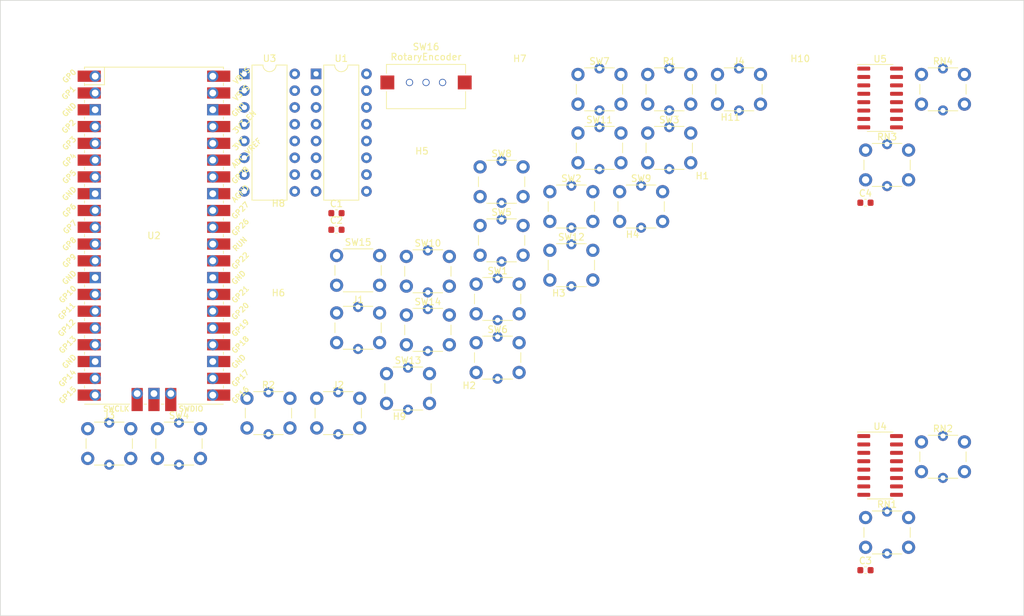
<source format=kicad_pcb>
(kicad_pcb (version 20211014) (generator pcbnew)
  (title_block (date "2022-08-25") (rev "1.0.0") (comment 1 "neile@live.com") (comment 2 "Neil Enns"))
  (layers (0 "F.Cu" signal) (31 "B.Cu" signal) (34 "B.Paste" user) (35 "F.Paste" user) (36 "B.SilkS" user "B.Silkscreen") (37 "F.SilkS" user "F.Silkscreen") (38 "B.Mask" user) (39 "F.Mask" user) (44 "Edge.Cuts" user))
  (net 0 "")
  (net 1 "+3V3")
  (net 2 "GND")
  (net 3 "CRS1_A")
  (net 4 "CRS1_B")
  (net 5 "CRS1_BTN")
  (net 6 "FLC_A")
  (net 7 "FLC_B")
  (net 8 "SPEED_BTN")
  (net 9 "HDG_A")
  (net 10 "HDG_B")
  (net 11 "HDG_BTN")
  (net 12 "CRS2_A")
  (net 13 "CRS2_B")
  (net 14 "CRS2_BTN")
  (net 15 "Net-(R1-Pad1)")
  (net 16 "Net-(R2-Pad1)")
  (net 17 "FD1")
  (net 18 "+5V")
  (net 19 "FD1_LED")
  (net 20 "VS")
  (net 21 "VS_LED")
  (net 22 "VNAV")
  (net 23 "VNAV_LED")
  (net 24 "FLC")
  (net 25 "FLC_LED")
  (net 26 "NAV")
  (net 27 "NAV_LED")
  (net 28 "BANK")
  (net 29 "BANK_LED")
  (net 30 "HDG")
  (net 31 "HDG_LED")
  (net 32 "APPR")
  (net 33 "APPR_LED")
  (net 34 "BC")
  (net 35 "BC_LED")
  (net 36 "ALT")
  (net 37 "ALT_LED")
  (net 38 "YD")
  (net 39 "YD_LED")
  (net 40 "XFR")
  (net 41 "XFR_LED")
  (net 42 "AP")
  (net 43 "AP_LED")
  (net 44 "FD2")
  (net 45 "FD2_LED")
  (net 46 "DISC")
  (net 47 "LED_DATA")
  (net 48 "LED_CLOCK")
  (net 49 "LED_LATCH")
  (net 50 "BACKLIGHT_BRIGHT")
  (net 51 "Net-(U1-Pad14)")
  (net 54 "VS_A")
  (net 55 "VS_B")
  (net 56 "BTN_DATA")
  (net 57 "BTN_LATCH")
  (net 58 "BTN_CLOCK")
  (net 72 "/Input shifter/QH")
  (net 73 "/Input shifter/SER")
  (net 74 "/Input shifter1/D7")
  (footprint "Capacitor_SMD:C_0603_1608Metric" (layer "F.Cu") (at 118.7196 76.5002)
    (fp_text reference "C2" (at 0 -1.43) (layer "F.SilkS"))
    (fp_text value "10uF")
    (pad "1" smd roundrect (at -0.775 0) (size 0.9 0.95) (layers "F.Cu" "F.Paste" "F.Mask") (net 1 "+3V3"))
    (pad "2" smd roundrect (at 0.775 0) (size 0.9 0.95) (layers "F.Cu" "F.Paste" "F.Mask") (net 2 "GND"))
  )
  (footprint "CJ4-Autopilot:SW_PUSH_6mm" (layer "F.Cu") (at 140.4396 66.9872)
    (fp_text reference "SW8" (at 3.25 -2) (layer "F.SilkS"))
    (fp_text value "SW_Push_LED")
    (pad "1" thru_hole circle (at 6.5 0 90) (size 2 2) (drill 1.1) (layers *.Cu *.Mask) (net 2 "GND"))
    (pad "1" thru_hole circle (at 0 0 90) (size 2 2) (drill 1.1) (layers *.Cu *.Mask) (net 2 "GND"))
    (pad "2" thru_hole circle (at 6.5 4.5 90) (size 2 2) (drill 1.1) (layers *.Cu *.Mask) (net 32 "APPR"))
    (pad "2" thru_hole circle (at 0 4.5 90) (size 2 2) (drill 1.1) (layers *.Cu *.Mask) (net 32 "APPR"))
    (pad "3" thru_hole circle (at 3.25 -0.9) (size 1.524 1.524) (drill 0.762) (layers *.Cu *.Mask) (net 18 "+5V"))
    (pad "4" thru_hole circle (at 3.25 5.45) (size 1.524 1.524) (drill 0.762) (layers *.Cu *.Mask) (net 33 "APPR_LED"))
  )
  (footprint "CJ4-Autopilot:SW_PUSH_6mm" (layer "F.Cu") (at 155.2396 52.9972)
    (fp_text reference "SW7" (at 3.25 -2) (layer "F.SilkS"))
    (fp_text value "SW_Push_LED")
    (pad "1" thru_hole circle (at 0 0 90) (size 2 2) (drill 1.1) (layers *.Cu *.Mask) (net 2 "GND"))
    (pad "1" thru_hole circle (at 6.5 0 90) (size 2 2) (drill 1.1) (layers *.Cu *.Mask) (net 2 "GND"))
    (pad "2" thru_hole circle (at 0 4.5 90) (size 2 2) (drill 1.1) (layers *.Cu *.Mask) (net 30 "HDG"))
    (pad "2" thru_hole circle (at 6.5 4.5 90) (size 2 2) (drill 1.1) (layers *.Cu *.Mask) (net 30 "HDG"))
    (pad "3" thru_hole circle (at 3.25 -0.9) (size 1.524 1.524) (drill 0.762) (layers *.Cu *.Mask) (net 18 "+5V"))
    (pad "4" thru_hole circle (at 3.25 5.45) (size 1.524 1.524) (drill 0.762) (layers *.Cu *.Mask) (net 31 "HDG_LED"))
  )
  (footprint "CJ4-Autopilot:SW_PUSH_6mm" (layer "F.Cu") (at 129.2896 80.5372)
    (fp_text reference "SW10" (at 3.25 -2) (layer "F.SilkS"))
    (fp_text value "SW_Push_LED")
    (pad "1" thru_hole circle (at 6.5 0 90) (size 2 2) (drill 1.1) (layers *.Cu *.Mask) (net 2 "GND"))
    (pad "1" thru_hole circle (at 0 0 90) (size 2 2) (drill 1.1) (layers *.Cu *.Mask) (net 2 "GND"))
    (pad "2" thru_hole circle (at 0 4.5 90) (size 2 2) (drill 1.1) (layers *.Cu *.Mask) (net 36 "ALT"))
    (pad "2" thru_hole circle (at 6.5 4.5 90) (size 2 2) (drill 1.1) (layers *.Cu *.Mask) (net 36 "ALT"))
    (pad "3" thru_hole circle (at 3.25 -0.9) (size 1.524 1.524) (drill 0.762) (layers *.Cu *.Mask) (net 18 "+5V"))
    (pad "4" thru_hole circle (at 3.25 5.45) (size 1.524 1.524) (drill 0.762) (layers *.Cu *.Mask) (net 37 "ALT_LED"))
  )
  (footprint "CJ4-Autopilot:SW_PUSH_6mm" (layer "F.Cu") (at 139.8396 93.5972)
    (fp_text reference "SW6" (at 3.25 -2) (layer "F.SilkS"))
    (fp_text value "SW_Push_LED")
    (pad "1" thru_hole circle (at 0 0 90) (size 2 2) (drill 1.1) (layers *.Cu *.Mask) (net 2 "GND"))
    (pad "1" thru_hole circle (at 6.5 0 90) (size 2 2) (drill 1.1) (layers *.Cu *.Mask) (net 2 "GND"))
    (pad "2" thru_hole circle (at 0 4.5 90) (size 2 2) (drill 1.1) (layers *.Cu *.Mask) (net 28 "BANK"))
    (pad "2" thru_hole circle (at 6.5 4.5 90) (size 2 2) (drill 1.1) (layers *.Cu *.Mask) (net 28 "BANK"))
    (pad "3" thru_hole circle (at 3.25 -0.9) (size 1.524 1.524) (drill 0.762) (layers *.Cu *.Mask) (net 18 "+5V"))
    (pad "4" thru_hole circle (at 3.25 5.45) (size 1.524 1.524) (drill 0.762) (layers *.Cu *.Mask) (net 29 "BANK_LED"))
  )
  (footprint "CJ4-Autopilot:MountingHole_7.5mm" (layer "F.Cu") (at 109.9396 93.0602)
    (fp_text reference "H6" (at 0 -7) (layer "F.SilkS"))
    (fp_text value "MountingHole")
    (pad "" np_thru_hole circle (at 0 0) (size 7.5 7.5) (drill 7.5) (layers F&B.Cu *.Mask))
  )
  (footprint "Capacitor_SMD:C_0603_1608Metric" (layer "F.Cu") (at 198.7096 72.4102)
    (fp_text reference "C4" (at 0 -1.43) (layer "F.SilkS"))
    (fp_text value "10uF")
    (pad "1" smd roundrect (at -0.775 0) (size 0.9 0.95) (layers "F.Cu" "F.Paste" "F.Mask") (net 1 "+3V3"))
    (pad "2" smd roundrect (at 0.775 0) (size 0.9 0.95) (layers "F.Cu" "F.Paste" "F.Mask") (net 2 "GND"))
  )
  (footprint "Capacitor_SMD:C_0603_1608Metric" (layer "F.Cu") (at 198.7096 128.0202)
    (fp_text reference "C3" (at 0 -1.43) (layer "F.SilkS"))
    (fp_text value "10uF")
    (pad "1" smd roundrect (at -0.775 0) (size 0.9 0.95) (layers "F.Cu" "F.Paste" "F.Mask") (net 1 "+3V3"))
    (pad "2" smd roundrect (at 0.775 0) (size 0.9 0.95) (layers "F.Cu" "F.Paste" "F.Mask") (net 2 "GND"))
  )
  (footprint "CJ4-Autopilot:SW_PUSH_6mm" (layer "F.Cu") (at 129.2896 89.4072)
    (fp_text reference "SW14" (at 3.25 -2) (layer "F.SilkS"))
    (fp_text value "SW_Push_LED")
    (pad "1" thru_hole circle (at 0 0 90) (size 2 2) (drill 1.1) (layers *.Cu *.Mask) (net 2 "GND"))
    (pad "1" thru_hole circle (at 6.5 0 90) (size 2 2) (drill 1.1) (layers *.Cu *.Mask) (net 2 "GND"))
    (pad "2" thru_hole circle (at 6.5 4.5 90) (size 2 2) (drill 1.1) (layers *.Cu *.Mask) (net 44 "FD2"))
    (pad "2" thru_hole circle (at 0 4.5 90) (size 2 2) (drill 1.1) (layers *.Cu *.Mask) (net 44 "FD2"))
    (pad "3" thru_hole circle (at 3.25 -0.9) (size 1.524 1.524) (drill 0.762) (layers *.Cu *.Mask) (net 18 "+5V"))
    (pad "4" thru_hole circle (at 3.25 5.45) (size 1.524 1.524) (drill 0.762) (layers *.Cu *.Mask) (net 45 "FD2_LED"))
  )
  (footprint "MountingHole:MountingHole_3.2mm_M3" (layer "F.Cu") (at 174.0396 72.5502)
    (fp_text reference "H1" (at 0 -4.2) (layer "F.SilkS"))
    (fp_text value "MountingHole")
    (pad "" np_thru_hole circle (at 0 0) (size 3.2 3.2) (drill 3.2) (layers *.Cu *.Mask))
  )
  (footprint "CJ4-Autopilot:SW_PUSH_6mm" (layer "F.Cu") (at 165.7896 61.8672)
    (fp_text reference "SW3" (at 3.25 -2) (layer "F.SilkS"))
    (fp_text value "SW_Push_LED")
    (pad "1" thru_hole circle (at 6.5 0 90) (size 2 2) (drill 1.1) (layers *.Cu *.Mask) (net 2 "GND"))
    (pad "1" thru_hole circle (at 0 0 90) (size 2 2) (drill 1.1) (layers *.Cu *.Mask) (net 2 "GND"))
    (pad "2" thru_hole circle (at 0 4.5 90) (size 2 2) (drill 1.1) (layers *.Cu *.Mask) (net 22 "VNAV"))
    (pad "2" thru_hole circle (at 6.5 4.5 90) (size 2 2) (drill 1.1) (layers *.Cu *.Mask) (net 22 "VNAV"))
    (pad "3" thru_hole circle (at 3.25 -0.9) (size 1.524 1.524) (drill 0.762) (layers *.Cu *.Mask) (net 18 "+5V"))
    (pad "4" thru_hole circle (at 3.25 5.45) (size 1.524 1.524) (drill 0.762) (layers *.Cu *.Mask) (net 23 "VNAV_LED"))
  )
  (footprint "CJ4-Autopilot:SW_PUSH_6mm" (layer "F.Cu") (at 165.7896 52.9972)
    (fp_text reference "R1" (at 3.25 -2) (layer "F.SilkS"))
    (fp_text value "1k")
    (pad "1" thru_hole circle (at 0 0 90) (size 2 2) (drill 1.1) (layers *.Cu *.Mask) (net 15 "Net-(R1-Pad1)"))
    (pad "1" thru_hole circle (at 6.5 0 90) (size 2 2) (drill 1.1) (layers *.Cu *.Mask) (net 15 "Net-(R1-Pad1)"))
    (pad "2" thru_hole circle (at 0 4.5 90) (size 2 2) (drill 1.1) (layers *.Cu *.Mask) (net 2 "GND"))
    (pad "2" thru_hole circle (at 6.5 4.5 90) (size 2 2) (drill 1.1) (layers *.Cu *.Mask) (net 2 "GND"))
    (pad "3" thru_hole circle (at 3.25 -0.9) (size 1.524 1.524) (drill 0.762) (layers *.Cu *.Mask))
    (pad "4" thru_hole circle (at 3.25 5.45) (size 1.524 1.524) (drill 0.762) (layers *.Cu *.Mask))
  )
  (footprint "CJ4-Autopilot:SW_PUSH_6mm" (layer "F.Cu") (at 139.8396 84.7272)
    (fp_text reference "SW1" (at 3.25 -2) (layer "F.SilkS"))
    (fp_text value "SW_Push_LED")
    (pad "1" thru_hole circle (at 6.5 0 90) (size 2 2) (drill 1.1) (layers *.Cu *.Mask) (net 2 "GND"))
    (pad "1" thru_hole circle (at 0 0 90) (size 2 2) (drill 1.1) (layers *.Cu *.Mask) (net 2 "GND"))
    (pad "2" thru_hole circle (at 6.5 4.5 90) (size 2 2) (drill 1.1) (layers *.Cu *.Mask) (net 17 "FD1"))
    (pad "2" thru_hole circle (at 0 4.5 90) (size 2 2) (drill 1.1) (layers *.Cu *.Mask) (net 17 "FD1"))
    (pad "3" thru_hole circle (at 3.25 -0.9) (size 1.524 1.524) (drill 0.762) (layers *.Cu *.Mask) (net 18 "+5V"))
    (pad "4" thru_hole circle (at 3.25 5.45) (size 1.524 1.524) (drill 0.762) (layers *.Cu *.Mask) (net 19 "FD1_LED"))
  )
  (footprint "CJ4-Autopilot:SW_PUSH_6mm" (layer "F.Cu") (at 198.7296 64.4472)
    (fp_text reference "RN3" (at 3.25 -2) (layer "F.SilkS"))
    (fp_text value "10k")
    (pad "1" thru_hole circle (at 0 0 90) (size 2 2) (drill 1.1) (layers *.Cu *.Mask) (net 1 "+3V3"))
    (pad "1" thru_hole circle (at 6.5 0 90) (size 2 2) (drill 1.1) (layers *.Cu *.Mask) (net 1 "+3V3"))
    (pad "2" thru_hole circle (at 0 4.5 90) (size 2 2) (drill 1.1) (layers *.Cu *.Mask) (net 1 "+3V3"))
    (pad "2" thru_hole circle (at 6.5 4.5 90) (size 2 2) (drill 1.1) (layers *.Cu *.Mask) (net 1 "+3V3"))
    (pad "3" thru_hole circle (at 3.25 -0.9) (size 1.524 1.524) (drill 0.762) (layers *.Cu *.Mask) (net 1 "+3V3"))
    (pad "4" thru_hole circle (at 3.25 5.45) (size 1.524 1.524) (drill 0.762) (layers *.Cu *.Mask) (net 1 "+3V3"))
  )
  (footprint "CJ4-Autopilot:SW_PUSH_6mm" (layer "F.Cu") (at 126.2896 98.2772)
    (fp_text reference "SW13" (at 3.25 -2) (layer "F.SilkS"))
    (fp_text value "SW_Push_LED")
    (pad "1" thru_hole circle (at 0 0 90) (size 2 2) (drill 1.1) (layers *.Cu *.Mask) (net 2 "GND"))
    (pad "1" thru_hole circle (at 6.5 0 90) (size 2 2) (drill 1.1) (layers *.Cu *.Mask) (net 2 "GND"))
    (pad "2" thru_hole circle (at 0 4.5 90) (size 2 2) (drill 1.1) (layers *.Cu *.Mask) (net 42 "AP"))
    (pad "2" thru_hole circle (at 6.5 4.5 90) (size 2 2) (drill 1.1) (layers *.Cu *.Mask) (net 42 "AP"))
    (pad "3" thru_hole circle (at 3.25 -0.9) (size 1.524 1.524) (drill 0.762) (layers *.Cu *.Mask) (net 18 "+5V"))
    (pad "4" thru_hole circle (at 3.25 5.45) (size 1.524 1.524) (drill 0.762) (layers *.Cu *.Mask) (net 43 "AP_LED"))
  )
  (footprint "MountingHole:MountingHole_3.2mm_M3" (layer "F.Cu") (at 163.4896 81.4202)
    (fp_text reference "H4" (at 0 -4.2) (layer "F.SilkS"))
    (fp_text value "MountingHole")
    (pad "" np_thru_hole circle (at 0 0) (size 3.2 3.2) (drill 3.2) (layers *.Cu *.Mask))
  )
  (footprint "Package_SO:SOIC-16_3.9x9.9mm_P1.27mm" (layer "F.Cu") (at 200.9296 112.1702)
    (fp_text reference "U4" (at 0 -5.9) (layer "F.SilkS"))
    (fp_text value "74HC165")
    (pad "1" smd roundrect (at -2.475 -4.445) (size 1.95 0.6) (layers "F.Cu" "F.Paste" "F.Mask") (net 57 "BTN_LATCH"))
    (pad "2" smd roundrect (at -2.475 -3.175) (size 1.95 0.6) (layers "F.Cu" "F.Paste" "F.Mask") (net 58 "BTN_CLOCK"))
    (pad "3" smd roundrect (at -2.475 -1.905) (size 1.95 0.6) (layers "F.Cu" "F.Paste" "F.Mask") (net 26 "NAV"))
    (pad "4" smd roundrect (at -2.475 -0.635) (size 1.95 0.6) (layers "F.Cu" "F.Paste" "F.Mask") (net 28 "BANK"))
    (pad "5" smd roundrect (at -2.475 0.635) (size 1.95 0.6) (layers "F.Cu" "F.Paste" "F.Mask") (net 30 "HDG"))
    (pad "6" smd roundrect (at -2.475 1.905) (size 1.95 0.6) (layers "F.Cu" "F.Paste" "F.Mask") (net 32 "APPR"))
    (pad "7" smd roundrect (at -2.475 3.175) (size 1.95 0.6) (layers "F.Cu" "F.Paste" "F.Mask"))
    (pad "8" smd roundrect (at -2.475 4.445) (size 1.95 0.6) (layers "F.Cu" "F.Paste" "F.Mask") (net 2 "GND"))
    (pad "9" smd roundrect (at 2.475 4.445) (size 1.95 0.6) (layers "F.Cu" "F.Paste" "F.Mask") (net 72 "/Input shifter/QH"))
    (pad "10" smd roundrect (at 2.475 3.175) (size 1.95 0.6) (layers "F.Cu" "F.Paste" "F.Mask") (net 73 "/Input shifter/SER"))
    (pad "11" smd roundrect (at 2.475 1.905) (size 1.95 0.6) (layers "F.Cu" "F.Paste" "F.Mask") (net 17 "FD1"))
    (pad "12" smd roundrect (at 2.475 0.635) (size 1.95 0.6) (layers "F.Cu" "F.Paste" "F.Mask") (net 20 "VS"))
    (pad "13" smd roundrect (at 2.475 -0.635) (size 1.95 0.6) (layers "F.Cu" "F.Paste" "F.Mask") (net 22 "VNAV"))
    (pad "14" smd roundrect (at 2.475 -1.905) (size 1.95 0.6) (layers "F.Cu" "F.Paste" "F.Mask") (net 24 "FLC"))
    (pad "15" smd roundrect (at 2.475 -3.175) (size 1.95 0.6) (layers "F.Cu" "F.Paste" "F.Mask") (net 2 "GND"))
    (pad "16" smd roundrect (at 2.475 -4.445) (size 1.95 0.6) (layers "F.Cu" "F.Paste" "F.Mask") (net 1 "+3V3"))
  )
  (footprint "CJ4-Autopilot:SW_PUSH_6mm" (layer "F.Cu") (at 118.7396 89.0872)
    (fp_text reference "J1" (at 3.25 -2) (layer "F.SilkS"))
    (fp_text value "Conn_01x05")
    (pad "1" thru_hole circle (at 0 0 90) (size 2 2) (drill 1.1) (layers *.Cu *.Mask) (net 3 "CRS1_A"))
    (pad "1" thru_hole circle (at 6.5 0 90) (size 2 2) (drill 1.1) (layers *.Cu *.Mask) (net 3 "CRS1_A"))
    (pad "2" thru_hole circle (at 6.5 4.5 90) (size 2 2) (drill 1.1) (layers *.Cu *.Mask) (net 2 "GND"))
    (pad "2" thru_hole circle (at 0 4.5 90) (size 2 2) (drill 1.1) (layers *.Cu *.Mask) (net 2 "GND"))
    (pad "3" thru_hole circle (at 3.25 -0.9) (size 1.524 1.524) (drill 0.762) (layers *.Cu *.Mask) (net 4 "CRS1_B"))
    (pad "4" thru_hole circle (at 3.25 5.45) (size 1.524 1.524) (drill 0.762) (layers *.Cu *.Mask) (net 5 "CRS1_BTN"))
  )
  (footprint "MountingHole:MountingHole_3.2mm_M3" (layer "F.Cu") (at 152.3396 90.2902)
    (fp_text reference "H3" (at 0 -4.2) (layer "F.SilkS"))
    (fp_text value "MountingHole")
    (pad "" np_thru_hole circle (at 0 0) (size 3.2 3.2) (drill 3.2) (layers *.Cu *.Mask))
  )
  (footprint "MountingHole:MountingHole_3.2mm_M3" (layer "F.Cu") (at 178.2896 63.6802)
    (fp_text reference "H11" (at 0 -4.2) (layer "F.SilkS"))
    (fp_text value "MountingHole")
    (pad "" np_thru_hole circle (at 0 0) (size 3.2 3.2) (drill 3.2) (layers *.Cu *.Mask))
  )
  (footprint "CJ4-Autopilot:SW_PUSH_6mm" (layer "F.Cu") (at 81.1096 106.6072)
    (fp_text reference "J3" (at 3.25 -2) (layer "F.SilkS"))
    (fp_text value "Conn_01x05")
    (pad "1" thru_hole circle (at 6.5 0 90) (size 2 2) (drill 1.1) (layers *.Cu *.Mask) (net 9 "HDG_A"))
    (pad "1" thru_hole circle (at 0 0 90) (size 2 2) (drill 1.1) (layers *.Cu *.Mask) (net 9 "HDG_A"))
    (pad "2" thru_hole circle (at 6.5 4.5 90) (size 2 2) (drill 1.1) (layers *.Cu *.Mask) (net 2 "GND"))
    (pad "2" thru_hole circle (at 0 4.5 90) (size 2 2) (drill 1.1) (layers *.Cu *.Mask) (net 2 "GND"))
    (pad "3" thru_hole circle (at 3.25 -0.9) (size 1.524 1.524) (drill 0.762) (layers *.Cu *.Mask) (net 10 "HDG_B"))
    (pad "4" thru_hole circle (at 3.25 5.45) (size 1.524 1.524) (drill 0.762) (layers *.Cu *.Mask) (net 11 "HDG_BTN"))
  )
  (footprint "Package_DIP:DIP-16_W7.62mm" (layer "F.Cu") (at 104.7896 52.9102)
    (fp_text reference "U3" (at 3.81 -2.33) (layer "F.SilkS"))
    (fp_text value "TLC5917IN")
    (pad "1" thru_hole rect (at 0 0) (size 1.6 1.6) (drill 0.8) (layers *.Cu *.Mask) (net 2 "GND"))
    (pad "2" thru_hole oval (at 0 2.54) (size 1.6 1.6) (drill 0.8) (layers *.Cu *.Mask) (net 51 "Net-(U1-Pad14)"))
    (pad "3" thru_hole oval (at 0 5.08) (size 1.6 1.6) (drill 0.8) (layers *.Cu *.Mask) (net 48 "LED_CLOCK"))
    (pad "4" thru_hole oval (at 0 7.62) (size 1.6 1.6) (drill 0.8) (layers *.Cu *.Mask) (net 49 "LED_LATCH"))
    (pad "5" thru_hole oval (at 0 10.16) (size 1.6 1.6) (drill 0.8) (layers *.Cu *.Mask) (net 35 "BC_LED"))
    (pad "6" thru_hole oval (at 0 12.7) (size 1.6 1.6) (drill 0.8) (layers *.Cu *.Mask) (net 37 "ALT_LED"))
    (pad "7" thru_hole oval (at 0 15.24) (size 1.6 1.6) (drill 0.8) (layers *.Cu *.Mask) (net 39 "YD_LED"))
    (pad "8" thru_hole oval (at 0 17.78) (size 1.6 1.6) (drill 0.8) (layers *.Cu *.Mask) (net 41 "XFR_LED"))
    (pad "9" thru_hole oval (at 7.62 17.78) (size 1.6 1.6) (drill 0.8) (layers *.Cu *.Mask) (net 43 "AP_LED"))
    (pad "10" thru_hole oval (at 7.62 15.24) (size 1.6 1.6) (drill 0.8) (layers *.Cu *.Mask) (net 45 "FD2_LED"))
    (pad "11" thru_hole oval (at 7.62 12.7) (size 1.6 1.6) (drill 0.8) (layers *.Cu *.Mask))
    (pad "12" thru_hole oval (at 7.62 10.16) (size 1.6 1.6) (drill 0.8) (layers *.Cu *.Mask))
    (pad "13" thru_hole oval (at 7.62 7.62) (size 1.6 1.6) (drill 0.8) (layers *.Cu *.Mask) (net 50 "BACKLIGHT_BRIGHT"))
    (pad "14" thru_hole oval (at 7.62 5.08) (size 1.6 1.6) (drill 0.8) (layers *.Cu *.Mask))
    (pad "15" thru_hole oval (at 7.62 2.54) (size 1.6 1.6) (drill 0.8) (layers *.Cu *.Mask) (net 16 "Net-(R2-Pad1)"))
    (pad "16" thru_hole oval (at 7.62 0) (size 1.6 1.6) (drill 0.8) (layers *.Cu *.Mask) (net 2 "GND"))
  )
  (footprint "CJ4-Autopilot:SW_PUSH_6mm" (layer "F.Cu") (at 207.1796 52.9972)
    (fp_text reference "RN4" (at 3.25 -2) (layer "F.SilkS"))
    (fp_text value "10k")
    (pad "1" thru_hole circle (at 0 0 90) (size 2 2) (drill 1.1) (layers *.Cu *.Mask) (net 1 "+3V3"))
    (pad "1" thru_hole circle (at 6.5 0 90) (size 2 2) (drill 1.1) (layers *.Cu *.Mask) (net 1 "+3V3"))
    (pad "2" thru_hole circle (at 6.5 4.5 90) (size 2 2) (drill 1.1) (layers *.Cu *.Mask) (net 1 "+3V3"))
    (pad "2" thru_hole circle (at 0 4.5 90) (size 2 2) (drill 1.1) (layers *.Cu *.Mask) (net 1 "+3V3"))
    (pad "3" thru_hole circle (at 3.25 -0.9) (size 1.524 1.524) (drill 0.762) (layers *.Cu *.Mask) (net 1 "+3V3"))
    (pad "4" thru_hole circle (at 3.25 5.45) (size 1.524 1.524) (drill 0.762) (layers *.Cu *.Mask) (net 1 "+3V3"))
  )
  (footprint "CJ4-Autopilot:SW_PUSH_6mm" (layer "F.Cu") (at 105.1896 101.9972)
    (fp_text reference "R2" (at 3.25 -2) (layer "F.SilkS"))
    (fp_text value "1k")
    (pad "1" thru_hole circle (at 6.5 0 90) (size 2 2) (drill 1.1) (layers *.Cu *.Mask) (net 16 "Net-(R2-Pad1)"))
    (pad "1" thru_hole circle (at 0 0 90) (size 2 2) (drill 1.1) (layers *.Cu *.Mask) (net 16 "Net-(R2-Pad1)"))
    (pad "2" thru_hole circle (at 0 4.5 90) (size 2 2) (drill 1.1) (layers *.Cu *.Mask) (net 2 "GND"))
    (pad "2" thru_hole circle (at 6.5 4.5 90) (size 2 2) (drill 1.1) (layers *.Cu *.Mask) (net 2 "GND"))
    (pad "3" thru_hole circle (at 3.25 -0.9) (size 1.524 1.524) (drill 0.762) (layers *.Cu *.Mask))
    (pad "4" thru_hole circle (at 3.25 5.45) (size 1.524 1.524) (drill 0.762) (layers *.Cu *.Mask))
  )
  (footprint "CJ4-Autopilot:MountingHole_7.5mm" (layer "F.Cu") (at 146.4396 57.6102)
    (fp_text reference "H7" (at 0 -7) (layer "F.SilkS"))
    (fp_text value "MountingHole")
    (pad "" np_thru_hole circle (at 0 0) (size 7.5 7.5) (drill 7.5) (layers F&B.Cu *.Mask))
  )
  (footprint "MountingHole:MountingHole_3.2mm_M3" (layer "F.Cu") (at 128.2396 108.9602)
    (fp_text reference "H9" (at 0 -4.2) (layer "F.SilkS"))
    (fp_text value "MountingHole")
    (pad "" np_thru_hole circle (at 0 0) (size 3.2 3.2) (drill 3.2) (layers *.Cu *.Mask))
  )
  (footprint "CJ4-Autopilot:SW_PUSH_6mm" (layer "F.Cu") (at 150.9896 79.6072)
    (fp_text reference "SW12" (at 3.25 -2) (layer "F.SilkS"))
    (fp_text value "SW_Push_LED")
    (pad "1" thru_hole circle (at 0 0 90) (size 2 2) (drill 1.1) (layers *.Cu *.Mask) (net 2 "GND"))
    (pad "1" thru_hole circle (at 6.5 0 90) (size 2 2) (drill 1.1) (layers *.Cu *.Mask) (net 2 "GND"))
    (pad "2" thru_hole circle (at 0 4.5 90) (size 2 2) (drill 1.1) (layers *.Cu *.Mask) (net 40 "XFR"))
    (pad "2" thru_hole circle (at 6.5 4.5 90) (size 2 2) (drill 1.1) (layers *.Cu *.Mask) (net 40 "XFR"))
    (pad "3" thru_hole circle (at 3.25 -0.9) (size 1.524 1.524) (drill 0.762) (layers *.Cu *.Mask) (net 18 "+5V"))
    (pad "4" thru_hole circle (at 3.25 5.45) (size 1.524 1.524) (drill 0.762) (layers *.Cu *.Mask) (net 41 "XFR_LED"))
  )
  (footprint "Package_SO:SOIC-16_3.9x9.9mm_P1.27mm" (layer "F.Cu") (at 200.9296 56.5602)
    (fp_text reference "U5" (at 0 -5.9) (layer "F.SilkS"))
    (fp_text value "74HC165")
    (pad "1" smd roundrect (at -2.475 -4.445) (size 1.95 0.6) (layers "F.Cu" "F.Paste" "F.Mask") (net 57 "BTN_LATCH"))
    (pad "2" smd roundrect (at -2.475 -3.175) (size 1.95 0.6) (layers "F.Cu" "F.Paste" "F.Mask") (net 58 "BTN_CLOCK"))
    (pad "3" smd roundrect (at -2.475 -1.905) (size 1.95 0.6) (layers "F.Cu" "F.Paste" "F.Mask") (net 42 "AP"))
    (pad "4" smd roundrect (at -2.475 -0.635) (size 1.95 0.6) (layers "F.Cu" "F.Paste" "F.Mask") (net 44 "FD2"))
    (pad "5" smd roundrect (at -2.475 0.635) (size 1.95 0.6) (layers "F.Cu" "F.Paste" "F.Mask") (net 46 "DISC"))
    (pad "6" smd roundrect (at -2.475 1.905) (size 1.95 0.6) (layers "F.Cu" "F.Paste" "F.Mask") (net 74 "/Input shifter1/D7"))
    (pad "7" smd roundrect (at -2.475 3.175) (size 1.95 0.6) (layers "F.Cu" "F.Paste" "F.Mask"))
    (pad "8" smd roundrect (at -2.475 4.445) (size 1.95 0.6) (layers "F.Cu" "F.Paste" "F.Mask") (net 2 "GND"))
    (pad "9" smd roundrect (at 2.475 4.445) (size 1.95 0.6) (layers "F.Cu" "F.Paste" "F.Mask") (net 56 "BTN_DATA"))
    (pad "10" smd roundrect (at 2.475 3.175) (size 1.95 0.6) (layers "F.Cu" "F.Paste" "F.Mask") (net 72 "/Input shifter/QH"))
    (pad "11" smd roundrect (at 2.475 1.905) (size 1.95 0.6) (layers "F.Cu" "F.Paste" "F.Mask") (net 34 "BC"))
    (pad "12" smd roundrect (at 2.475 0.635) (size 1.95 0.6) (layers "F.Cu" "F.Paste" "F.Mask") (net 36 "ALT"))
    (pad "13" smd roundrect (at 2.475 -0.635) (size 1.95 0.6) (layers "F.Cu" "F.Paste" "F.Mask") (net 38 "YD"))
    (pad "14" smd roundrect (at 2.475 -1.905) (size 1.95 0.6) (layers "F.Cu" "F.Paste" "F.Mask") (net 40 "XFR"))
    (pad "15" smd roundrect (at 2.475 -3.175) (size 1.95 0.6) (layers "F.Cu" "F.Paste" "F.Mask") (net 2 "GND"))
    (pad "16" smd roundrect (at 2.475 -4.445) (size 1.95 0.6) (layers "F.Cu" "F.Paste" "F.Mask") (net 1 "+3V3"))
  )
  (footprint "CJ4-Autopilot:SW_PUSH_6mm" (layer "F.Cu") (at 115.7396 101.9972)
    (fp_text reference "J2" (at 3.25 -2) (layer "F.SilkS"))
    (fp_text value "Conn_01x05")
    (pad "1" thru_hole circle (at 6.5 0 90) (size 2 2) (drill 1.1) (layers *.Cu *.Mask) (net 6 "FLC_A"))
    (pad "1" thru_hole circle (at 0 0 90) (size 2 2) (drill 1.1) (layers *.Cu *.Mask) (net 6 "FLC_A"))
    (pad "2" thru_hole circle (at 6.5 4.5 90) (size 2 2) (drill 1.1) (layers *.Cu *.Mask) (net 2 "GND"))
    (pad "2" thru_hole circle (at 0 4.5 90) (size 2 2) (drill 1.1) (layers *.Cu *.Mask) (net 2 "GND"))
    (pad "3" thru_hole circle (at 3.25 -0.9) (size 1.524 1.524) (drill 0.762) (layers *.Cu *.Mask) (net 7 "FLC_B"))
    (pad "4" thru_hole circle (at 3.25 5.45) (size 1.524 1.524) (drill 0.762) (layers *.Cu *.Mask) (net 8 "SPEED_BTN"))
  )
  (footprint "MountingHole:MountingHole_3.2mm_M3" (layer "F.Cu") (at 188.8396 54.8102)
    (fp_text reference "H10" (at 0 -4.2) (layer "F.SilkS"))
    (fp_text value "MountingHole")
    (pad "" np_thru_hole circle (at 0 0) (size 3.2 3.2) (drill 3.2) (layers *.Cu *.Mask))
  )
  (footprint "CJ4-Autopilot:MountingHole_7.5mm" (layer "F.Cu") (at 109.9396 79.5102)
    (fp_text reference "H8" (at 0 -7) (layer "F.SilkS"))
    (fp_text value "MountingHole")
    (pad "" np_thru_hole circle (at 0 0) (size 7.5 7.5) (drill 7.5) (layers F&B.Cu *.Mask))
  )
  (footprint "CJ4-Autopilot:EN11-VNB1BQ15" (layer "F.Cu") (at 132.2519 54.1542)
    (fp_text reference "SW16" (at 0.0127 -5.334) (layer "F.SilkS"))
    (fp_text value "RotaryEncoder" (at 0.0127 -3.81) (layer "F.SilkS"))
    (pad "1" thru_hole circle (at 2.5127 0.056101) (size 1.0922 1.0922) (drill 0.8382) (layers *.Cu *.Mask))
    (pad "2" thru_hole circle (at -2.4873 0.056101) (size 1.0922 1.0922) (drill 0.8382) (layers *.Cu *.Mask))
    (pad "3" thru_hole circle (at 0.0127 0.056101) (size 1.0922 1.0922) (drill 0.8382) (layers *.Cu *.Mask))
    (pad "4" smd rect (at -5.8373 0.056134) (size 2.1 2.1) (layers "F.Cu" "F.Paste" "F.Mask"))
    (pad "5" smd rect (at 5.8627 0.056134) (size 2.1 2.1) (layers "F.Cu" "F.Paste" "F.Mask"))
  )
  (footprint "CJ4-Autopilot:MountingHole_7.5mm" (layer "F.Cu") (at 131.6396 71.6002)
    (fp_text reference "H5" (at 0 -7) (layer "F.SilkS"))
    (fp_text value "MountingHole")
    (pad "" np_thru_hole circle (at 0 0) (size 7.5 7.5) (drill 7.5) (layers F&B.Cu *.Mask))
  )
  (footprint "MCU_RaspberryPi_and_Boards:RPi_Pico_SMD_TH" (layer "F.Cu") (at 91.1246 77.3952)
    (fp_text reference "U2" (at 0 0) (layer "F.SilkS"))
    (fp_text value "Pico")
    (fp_text user "GP22" (at 13.054 3.81 45) (layer "F.SilkS") (effects (font (size 0.8 0.8))))
    (fp_text user "GP1" (at -12.9 -21.6 45) (layer "F.SilkS") (effects (font (size 0.8 0.8))))
    (fp_text user "GP27" (at 13.054 -3.8 45) (layer "F.SilkS") (effects (font (size 0.8 0.8))))
    (fp_text user "GND" (at 12.8 19.05 45) (layer "F.SilkS") (effects (font (size 0.8 0.8))))
    (fp_text user "GP0" (at -12.8 -24.13 45) (layer "F.SilkS") (effects (font (size 0.8 0.8))))
    (fp_text user "RUN" (at 13 1.27 45) (layer "F.SilkS") (effects (font (size 0.8 0.8))))
    (fp_text user "GP16" (at 13.054 24.13 45) (layer "F.SilkS") (effects (font (size 0.8 0.8))))
    (fp_text user "GND" (at 12.8 6.35 45) (layer "F.SilkS") (effects (font (size 0.8 0.8))))
    (fp_text user "GP19" (at 13.054 13.97 45) (layer "F.SilkS") (effects (font (size 0.8 0.8))))
    (fp_text user "GP21" (at 13.054 8.9 45) (layer "F.SilkS") (effects (font (size 0.8 0.8))))
    (fp_text user "GND" (at 12.8 -19.05 45) (layer "F.SilkS") (effects (font (size 0.8 0.8))))
    (fp_text user "GP26" (at 13.054 -1.27 45) (layer "F.SilkS") (effects (font (size 0.8 0.8))))
    (fp_text user "GP6" (at -12.8 -3.81 45) (layer "F.SilkS") (effects (font (size 0.8 0.8))))
    (fp_text user "GP11" (at -13.2 11.43 45) (layer "F.SilkS") (effects (font (size 0.8 0.8))))
    (fp_text user "SWCLK" (at -5.7 26.2) (layer "F.SilkS") (effects (font (size 0.8 0.8))))
    (fp_text user "GP13" (at -13.054 16.51 45) (layer "F.SilkS") (effects (font (size 0.8 0.8))))
    (fp_text user "GP12" (at -13.2 13.97 45) (layer "F.SilkS") (effects (font (size 0.8 0.8))))
    (fp_text user "AGND" (at 13.054 -6.35 45) (layer "F.SilkS") (effects (font (size 0.8 0.8))))
    (fp_text user "GP3" (at -12.8 -13.97 45) (layer "F.SilkS") (effects (font (size 0.8 0.8))))
    (fp_text user "SWDIO" (at 5.6 26.2) (layer "F.SilkS") (effects (font (size 0.8 0.8))))
    (fp_text user "GND" (at -12.8 6.35 45) (layer "F.SilkS") (effects (font (size 0.8 0.8))))
    (fp_text user "VSYS" (at 13.2 -21.59 45) (layer "F.SilkS") (effects (font (size 0.8 0.8))))
    (fp_text user "GP8" (at -12.8 1.27 45) (layer "F.SilkS") (effects (font (size 0.8 0.8))))
    (fp_text user "GP28" (at 13.054 -9.144 45) (layer "F.SilkS") (effects (font (size 0.8 0.8))))
    (fp_text user "GP2" (at -12.9 -16.51 45) (layer "F.SilkS") (effects (font (size 0.8 0.8))))
    (fp_text user "GND" (at -12.8 -6.35 45) (layer "F.SilkS") (effects (font (size 0.8 0.8))))
    (fp_text user "ADC_VREF" (at 14 -12.5 45) (layer "F.SilkS") (effects (font (size 0.8 0.8))))
    (fp_text user "GP10" (at -13.054 8.89 45) (layer "F.SilkS") (effects (font (size 0.8 0.8))))
    (fp_text user "GP4" (at -12.8 -11.43 45) (layer "F.SilkS") (effects (font (size 0.8 0.8))))
    (fp_text user "GND" (at -12.8 -19.05 45) (layer "F.SilkS") (effects (font (size 0.8 0.8))))
    (fp_text user "GP9" (at -12.8 3.81 45) (layer "F.SilkS") (effects (font (size 0.8 0.8))))
    (fp_text user "GP20" (at 13.054 11.43 45) (layer "F.SilkS") (effects (font (size 0.8 0.8))))
    (fp_text user "GP15" (at -13.054 24.13 45) (layer "F.SilkS") (effects (font (size 0.8 0.8))))
    (fp_text user "3V3_EN" (at 13.7 -17.2 45) (layer "F.SilkS") (effects (font (size 0.8 0.8))))
    (fp_text user "VBUS" (at 13.3 -24.2 45) (layer "F.SilkS") (effects (font (size 0.8 0.8))))
    (fp_text user "GP5" (at -12.8 -8.89 45) (layer "F.SilkS") (effects (font (size 0.8 0.8))))
    (fp_text user "GP7" (at -12.7 -1.3 45) (layer "F.SilkS") (effects (font (size 0.8 0.8))))
    (fp_text user "GP14" (at -13.1 21.59 45) (layer "F.SilkS") (effects (font (size 0.8 0.8))))
    (fp_text user "GP17" (at 13.054 21.59 45) (layer "F.SilkS") (effects (font (size 0.8 0.8))))
    (fp_text user "GP18" (at 13.054 16.51 45) (layer "F.SilkS") (effects (font (size 0.8 0.8))))
    (fp_text user "3V3" (at 12.9 -13.9 45) (layer "F.SilkS") (effects (font (size 0.8 0.8))))
    (fp_text user "GND" (at -12.8 19.05 45) (layer "F.SilkS") (effects (font (size 0.8 0.8))))
    (pad "" np_thru_hole oval (at -2.425 -20.97) (size 1.5 1.5) (drill 1.5) (layers *.Cu *.Mask))
    (pad "" np_thru_hole oval (at 2.725 -24) (size 1.8 1.8) (drill 1.8) (layers *.Cu *.Mask))
    (pad "" np_thru_hole oval (at -2.725 -24) (size 1.8 1.8) (drill 1.8) (layers *.Cu *.Mask))
    (pad "" np_thru_hole oval (at 2.425 -20.97) (size 1.5 1.5) (drill 1.5) (layers *.Cu *.Mask))
    (pad "1" thru_hole oval (at -8.89 -24.13) (size 1.7 1.7) (drill 1.02) (layers *.Cu *.Mask))
    (pad "1" smd rect (at -8.89 -24.13) (size 3.5 1.7) (drill (offset -0.9 0)) (layers "F.Cu" "F.Mask"))
    (pad "2" thru_hole oval (at -8.89 -21.59) (size 1.7 1.7) (drill 1.02) (layers *.Cu *.Mask))
    (pad "2" smd rect (at -8.89 -21.59) (size 3.5 1.7) (drill (offset -0.9 0)) (layers "F.Cu" "F.Mask"))
    (pad "3" thru_hole rect (at -8.89 -19.05) (size 1.7 1.7) (drill 1.02) (layers *.Cu *.Mask) (net 2 "GND"))
    (pad "3" smd rect (at -8.89 -19.05) (size 3.5 1.7) (drill (offset -0.9 0)) (layers "F.Cu" "F.Mask") (net 2 "GND"))
    (pad "4" thru_hole oval (at -8.89 -16.51) (size 1.7 1.7) (drill 1.02) (layers *.Cu *.Mask) (net 5 "CRS1_BTN"))
    (pad "4" smd rect (at -8.89 -16.51) (size 3.5 1.7) (drill (offset -0.9 0)) (layers "F.Cu" "F.Mask") (net 5 "CRS1_BTN"))
    (pad "5" thru_hole oval (at -8.89 -13.97) (size 1.7 1.7) (drill 1.02) (layers *.Cu *.Mask) (net 8 "SPEED_BTN"))
    (pad "5" smd rect (at -8.89 -13.97) (size 3.5 1.7) (drill (offset -0.9 0)) (layers "F.Cu" "F.Mask") (net 8 "SPEED_BTN"))
    (pad "6" smd rect (at -8.89 -11.43) (size 3.5 1.7) (drill (offset -0.9 0)) (layers "F.Cu" "F.Mask") (net 11 "HDG_BTN"))
    (pad "6" thru_hole oval (at -8.89 -11.43) (size 1.7 1.7) (drill 1.02) (layers *.Cu *.Mask) (net 11 "HDG_BTN"))
    (pad "7" thru_hole oval (at -8.89 -8.89) (size 1.7 1.7) (drill 1.02) (layers *.Cu *.Mask) (net 14 "CRS2_BTN"))
    (pad "7" smd rect (at -8.89 -8.89) (size 3.5 1.7) (drill (offset -0.9 0)) (layers "F.Cu" "F.Mask") (net 14 "CRS2_BTN"))
    (pad "8" smd rect (at -8.89 -6.35) (size 3.5 1.7) (drill (offset -0.9 0)) (layers "F.Cu" "F.Mask") (net 2 "GND"))
    (pad "8" thru_hole rect (at -8.89 -6.35) (size 1.7 1.7) (drill 1.02) (layers *.Cu *.Mask) (net 2 "GND"))
    (pad "9" thru_hole oval (at -8.89 -3.81) (size 1.7 1.7) (drill 1.02) (layers *.Cu *.Mask) (net 3 "CRS1_A"))
    (pad "9" smd rect (at -8.89 -3.81) (size 3.5 1.7) (drill (offset -0.9 0)) (layers "F.Cu" "F.Mask") (net 3 "CRS1_A"))
    (pad "10" smd rect (at -8.89 -1.27) (size 3.5 1.7) (drill (offset -0.9 0)) (layers "F.Cu" "F.Mask") (net 4 "CRS1_B"))
    (pad "10" thru_hole oval (at -8.89 -1.27) (size 1.7 1.7) (drill 1.02) (layers *.Cu *.Mask) (net 4 "CRS1_B"))
    (pad "11" smd rect (at -8.89 1.27) (size 3.5 1.7) (drill (offset -0.9 0)) (layers "F.Cu" "F.Mask") (net 6 "FLC_A"))
    (pad "11" thru_hole oval (at -8.89 1.27) (size 1.7 1.7) (drill 1.02) (layers *.Cu *.Mask) (net 6 "FLC_A"))
    (pad "12" thru_hole oval (at -8.89 3.81) (size 1.7 1.7) (drill 1.02) (layers *.Cu *.Mask) (net 7 "FLC_B"))
    (pad "12" smd rect (at -8.89 3.81) (size 3.5 1.7) (drill (offset -0.9 0)) (layers "F.Cu" "F.Mask") (net 7 "FLC_B"))
    (pad "13" thru_hole rect (at -8.89 6.35) (size 1.7 1.7) (drill 1.02) (layers *.Cu *.Mask) (net 2 "GND"))
    (pad "13" smd rect (at -8.89 6.35) (size 3.5 1.7) (drill (offset -0.9 0)) (layers "F.Cu" "F.Mask") (net 2 "GND"))
    (pad "14" thru_hole oval (at -8.89 8.89) (size 1.7 1.7) (drill 1.02) (layers *.Cu *.Mask) (net 9 "HDG_A"))
    (pad "14" smd rect (at -8.89 8.89) (size 3.5 1.7) (drill (offset -0.9 0)) (layers "F.Cu" "F.Mask") (net 9 "HDG_A"))
    (pad "15" thru_hole oval (at -8.89 11.43) (size 1.7 1.7) (drill 1.02) (layers *.Cu *.Mask) (net 10 "HDG_B"))
    (pad "15" smd rect (at -8.89 11.43) (size 3.5 1.7) (drill (offset -0.9 0)) (layers "F.Cu" "F.Mask") (net 10 "HDG_B"))
    (pad "16" smd rect (at -8.89 13.97) (size 3.5 1.7) (drill (offset -0.9 0)) (layers "F.Cu" "F.Mask") (net 12 "CRS2_A"))
    (pad "16" thru_hole oval (at -8.89 13.97) (size 1.7 1.7) (drill 1.02) (layers *.Cu *.Mask) (net 12 "CRS2_A"))
    (pad "17" thru_hole oval (at -8.89 16.51) (size 1.7 1.7) (drill 1.02) (layers *.Cu *.Mask) (net 13 "CRS2_B"))
    (pad "17" smd rect (at -8.89 16.51) (size 3.5 1.7) (drill (offset -0.9 0)) (layers "F.Cu" "F.Mask") (net 13 "CRS2_B"))
    (pad "18" smd rect (at -8.89 19.05) (size 3.5 1.7) (drill (offset -0.9 0)) (layers "F.Cu" "F.Mask") (net 2 "GND"))
    (pad "18" thru_hole rect (at -8.89 19.05) (size 1.7 1.7) (drill 1.02) (layers *.Cu *.Mask) (net 2 "GND"))
    (pad "19" smd rect (at -8.89 21.59) (size 3.5 1.7) (drill (offset -0.9 0)) (layers "F.Cu" "F.Mask") (net 54 "VS_A"))
    (pad "19" thru_hole oval (at -8.89 21.59) (size 1.7 1.7) (drill 1.02) (layers *.Cu *.Mask) (net 54 "VS_A"))
    (pad "20" smd rect (at -8.89 24.13) (size 3.5 1.7) (drill (offset -0.9 0)) (layers "F.Cu" "F.Mask") (net 55 "VS_B"))
    (pad "20" thru_hole oval (at -8.89 24.13) (size 1.7 1.7) (drill 1.02) (layers *.Cu *.Mask) (net 55 "VS_B"))
    (pad "21" thru_hole oval (at 8.89 24.13) (size 1.7 1.7) (drill 1.02) (layers *.Cu *.Mask) (net 49 "LED_LATCH"))
    (pad "21" smd rect (at 8.89 24.13) (size 3.5 1.7) (drill (offset 0.9 0)) (layers "F.Cu" "F.Mask") (net 49 "LED_LATCH"))
    (pad "22" thru_hole oval (at 8.89 21.59) (size 1.7 1.7) (drill 1.02) (layers *.Cu *.Mask) (net 48 "LED_CLOCK"))
    (pad "22" smd rect (at 8.89 21.59) (size 3.5 1.7) (drill (offset 0.9 0)) (layers "F.Cu" "F.Mask") (net 48 "LED_CLOCK"))
    (pad "23" smd rect (at 8.89 19.05) (size 3.5 1.7) (drill (offset 0.9 0)) (layers "F.Cu" "F.Mask") (net 2 "GND"))
    (pad "23" thru_hole rect (at 8.89 19.05) (size 1.7 1.7) (drill 1.02) (layers *.Cu *.Mask) (net 2 "GND"))
    (pad "24" smd rect (at 8.89 16.51) (size 3.5 1.7) (drill (offset 0.9 0)) (layers "F.Cu" "F.Mask") (net 47 "LED_DATA"))
    (pad "24" thru_hole oval (at 8.89 16.51) (size 1.7 1.7) (drill 1.02) (layers *.Cu *.Mask) (net 47 "LED_DATA"))
    (pad "25" thru_hole oval (at 8.89 13.97) (size 1.7 1.7) (drill 1.02) (layers *.Cu *.Mask) (net 56 "BTN_DATA"))
    (pad "25" smd rect (at 8.89 13.97) (size 3.5 1.7) (drill (offset 0.9 0)) (layers "F.Cu" "F.Mask") (net 56 "BTN_DATA"))
    (pad "26" smd rect (at 8.89 11.43) (size 3.5 1.7) (drill (offset 0.9 0)) (layers "F.Cu" "F.Mask") (net 57 "BTN_LATCH"))
    (pad "26" thru_hole oval (at 8.89 11.43) (size 1.7 1.7) (drill 1.02) (layers *.Cu *.Mask) (net 57 "BTN_LATCH"))
    (pad "27" smd rect (at 8.89 8.89) (size 3.5 1.7) (drill (offset 0.9 0)) (layers "F.Cu" "F.Mask") (net 58 "BTN_CLOCK"))
    (pad "27" thru_hole oval (at 8.89 8.89) (size 1.7 1.7) (drill 1.02) (layers *.Cu *.Mask) (net 58 "BTN_CLOCK"))
    (pad "28" thru_hole rect (at 8.89 6.35) (size 1.7 1.7) (drill 1.02) (layers *.Cu *.Mask) (net 2 "GND"))
    (pad "28" smd rect (at 8.89 6.35) (size 3.5 1.7) (drill (offset 0.9 0)) (layers "F.Cu" "F.Mask") (net 2 "GND"))
    (pad "29" thru_hole oval (at 8.89 3.81) (size 1.7 1.7) (drill 1.02) (layers *.Cu *.Mask) (net 50 "BACKLIGHT_BRIGHT"))
    (pad "29" smd rect (at 8.89 3.81) (size 3.5 1.7) (drill (offset 0.9 0)) (layers "F.Cu" "F.Mask") (net 50 "BACKLIGHT_BRIGHT"))
    (pad "30" thru_hole oval (at 8.89 1.27) (size 1.7 1.7) (drill 1.02) (layers *.Cu *.Mask))
    (pad "30" smd rect (at 8.89 1.27) (size 3.5 1.7) (drill (offset 0.9 0)) (layers "F.Cu" "F.Mask"))
    (pad "31" smd rect (at 8.89 -1.27) (size 3.5 1.7) (drill (offset 0.9 0)) (layers "F.Cu" "F.Mask"))
    (pad "31" thru_hole oval (at 8.89 -1.27) (size 1.7 1.7) (drill 1.02) (layers *.Cu *.Mask))
    (pad "32" smd rect (at 8.89 -3.81) (size 3.5 1.7) (drill (offset 0.9 0)) (layers "F.Cu" "F.Mask"))
    (pad "32" thru_hole oval (at 8.89 -3.81) (size 1.7 1.7) (drill 1.02) (layers *.Cu *.Mask))
    (pad "33" thru_hole rect (at 8.89 -6.35) (size 1.7 1.7) (drill 1.02) (layers *.Cu *.Mask) (net 2 "GND"))
    (pad "33" smd rect (at 8.89 -6.35) (size 3.5 1.7) (drill (offset 0.9 0)) (layers "F.Cu" "F.Mask") (net 2 "GND"))
    (pad "34" thru_hole oval (at 8.89 -8.89) (size 1.7 1.7) (drill 1.02) (layers *.Cu *.Mask))
    (pad "34" smd rect (at 8.89 -8.89) (size 3.5 1.7) (drill (offset 0.9 0)) (layers "F.Cu" "F.Mask"))
    (pad "35" thru_hole oval (at 8.89 -11.43) (size 1.7 1.7) (drill 1.02) (layers *.Cu *.Mask))
    (pad "35" smd rect (at 8.89 -11.43) (size 3.5 1.7) (drill (offset 0.9 0)) (layers "F.Cu" "F.Mask"))
    (pad "36" smd rect (at 8.89 -13.97) (size 3.5 1.7) (drill (offset 0.9 0)) (layers "F.Cu" "F.Mask") (net 1 "+3V3"))
    (pad "36" thru_hole oval (at 8.89 -13.97) (size 1.7 1.7) (drill 1.02) (layers *.Cu *.Mask) (net 1 "+3V3"))
    (pad "37" thru_hole oval (at 8.89 -16.51) (size 1.7 1.7) (drill 1.02) (layers *.Cu *.Mask))
    (pad "37" smd rect (at 8.89 -16.51) (size 3.5 1.7) (drill (offset 0.9 0)) (layers "F.Cu" "F.Mask"))
    (pad "38" thru_hole rect (at 8.89 -19.05) (size 1.7 1.7) (drill 1.02) (layers *.Cu *.Mask) (net 2 "GND"))
    (pad "38" smd rect (at 8.89 -19.05) (size 3.5 1.7) (drill (offset 0.9 0)) (layers "F.Cu" "F.Mask") (net 2 "GND"))
    (pad "39" smd rect (at 8.89 -21.59) (size 3.5 1.7) (drill (offset 0.9 0)) (layers "F.Cu" "F.Mask"))
    (pad "39" thru_hole oval (at 8.89 -21.59) (size 1.7 1.7) (drill 1.02) (layers *.Cu *.Mask))
    (pad "40" thru_hole oval (at 8.89 -24.13) (size 1.7 1.7) (drill 1.02) (layers *.Cu *.Mask) (net 18 "+5V"))
    (pad "40" smd rect (at 8.89 -24.13) (size 3.5 1.7) (drill (offset 0.9 0)) (layers "F.Cu" "F.Mask") (net 18 "+5V"))
    (pad "41" smd rect (at -2.54 23.9 90) (size 3.5 1.7) (drill (offset -0.9 0)) (layers "F.Cu" "F.Mask"))
    (pad "41" thru_hole oval (at -2.54 23.9) (size 1.7 1.7) (drill 1.02) (layers *.Cu *.Mask))
    (pad "42" thru_hole rect (at 0 23.9) (size 1.7 1.7) (drill 1.02) (layers *.Cu *.Mask) (net 2 "GND"))
    (pad "42" smd rect (at 0 23.9 90) (size 3.5 1.7) (drill (offset -0.9 0)) (layers "F.Cu" "F.Mask") (net 2 "GND"))
    (pad "43" smd rect (at 2.54 23.9 90) (size 3.5 1.7) (drill (offset -0.9 0)) (layers "F.Cu" "F.Mask"))
    (pad "43" thru_hole oval (at 2.54 23.9) (size 1.7 1.7) (drill 1.02) (layers *.Cu *.Mask))
  )
  (footprint "CJ4-Autopilot:SW_PUSH_6mm" (layer "F.Cu") (at 91.6596 106.6072)
    (fp_text reference "SW4" (at 3.25 -2) (layer "F.SilkS"))
    (fp_text value "SW_Push_LED")
    (pad "1" thru_hole circle (at 0 0 90) (size 2 2) (drill 1.1) (layers *.Cu *.Mask) (net 2 "GND"))
    (pad "1" thru_hole circle (at 6.5 0 90) (size 2 2) (drill 1.1) (layers *.Cu *.Mask) (net 2 "GND"))
    (pad "2" thru_hole circle (at 0 4.5 90) (size 2 2) (drill 1.1) (layers *.Cu *.Mask) (net 24 "FLC"))
    (pad "2" thru_hole circle (at 6.5 4.5 90) (size 2 2) (drill 1.1) (layers *.Cu *.Mask) (net 24 "FLC"))
    (pad "3" thru_hole circle (at 3.25 -0.9) (size 1.524 1.524) (drill 0.762) (layers *.Cu *.Mask) (net 18 "+5V"))
    (pad "4" thru_hole circle (at 3.25 5.45) (size 1.524 1.524) (drill 0.762) (layers *.Cu *.Mask) (net 25 "FLC_LED"))
  )
  (footprint "CJ4-Autopilot:SW_PUSH_6mm" (layer "F.Cu") (at 207.1796 108.6072)
    (fp_text reference "RN2" (at 3.25 -2) (layer "F.SilkS"))
    (fp_text value "10k")
    (pad "1" thru_hole circle (at 0 0 90) (size 2 2) (drill 1.1) (layers *.Cu *.Mask) (net 1 "+3V3"))
    (pad "1" thru_hole circle (at 6.5 0 90) (size 2 2) (drill 1.1) (layers *.Cu *.Mask) (net 1 "+3V3"))
    (pad "2" thru_hole circle (at 6.5 4.5 90) (size 2 2) (drill 1.1) (layers *.Cu *.Mask) (net 1 "+3V3"))
    (pad "2" thru_hole circle (at 0 4.5 90) (size 2 2) (drill 1.1) (layers *.Cu *.Mask) (net 1 "+3V3"))
    (pad "3" thru_hole circle (at 3.25 -0.9) (size 1.524 1.524) (drill 0.762) (layers *.Cu *.Mask) (net 1 "+3V3"))
    (pad "4" thru_hole circle (at 3.25 5.45) (size 1.524 1.524) (drill 0.762) (layers *.Cu *.Mask) (net 1 "+3V3"))
  )
  (footprint "CJ4-Autopilot:SW_PUSH_6mm" (layer "F.Cu") (at 161.5396 70.7372)
    (fp_text reference "SW9" (at 3.25 -2) (layer "F.SilkS"))
    (fp_text value "SW_Push_LED")
    (pad "1" thru_hole circle (at 6.5 0 90) (size 2 2) (drill 1.1) (layers *.Cu *.Mask) (net 2 "GND"))
    (pad "1" thru_hole circle (at 0 0 90) (size 2 2) (drill 1.1) (layers *.Cu *.Mask) (net 2 "GND"))
    (pad "2" thru_hole circle (at 0 4.5 90) (size 2 2) (drill 1.1) (layers *.Cu *.Mask) (net 34 "BC"))
    (pad "2" thru_hole circle (at 6.5 4.5 90) (size 2 2) (drill 1.1) (layers *.Cu *.Mask) (net 34 "BC"))
    (pad "3" thru_hole circle (at 3.25 -0.9) (size 1.524 1.524) (drill 0.762) (layers *.Cu *.Mask) (net 18 "+5V"))
    (pad "4" thru_hole circle (at 3.25 5.45) (size 1.524 1.524) (drill 0.762) (layers *.Cu *.Mask) (net 35 "BC_LED"))
  )
  (footprint "CJ4-Autopilot:SW_PUSH_6mm" (layer "F.Cu") (at 155.2396 61.8672)
    (fp_text reference "SW11" (at 3.25 -2) (layer "F.SilkS"))
    (fp_text value "SW_Push_LED")
    (pad "1" thru_hole circle (at 6.5 0 90) (size 2 2) (drill 1.1) (layers *.Cu *.Mask) (net 2 "GND"))
    (pad "1" thru_hole circle (at 0 0 90) (size 2 2) (drill 1.1) (layers *.Cu *.Mask) (net 2 "GND"))
    (pad "2" thru_hole circle (at 6.5 4.5 90) (size 2 2) (drill 1.1) (layers *.Cu *.Mask) (net 38 "YD"))
    (pad "2" thru_hole circle (at 0 4.5 90) (size 2 2) (drill 1.1) (layers *.Cu *.Mask) (net 38 "YD"))
    (pad "3" thru_hole circle (at 3.25 -0.9) (size 1.524 1.524) (drill 0.762) (layers *.Cu *.Mask) (net 18 "+5V"))
    (pad "4" thru_hole circle (at 3.25 5.45) (size 1.524 1.524) (drill 0.762) (layers *.Cu *.Mask) (net 39 "YD_LED"))
  )
  (footprint "CJ4-Autopilot:SW_PUSH_6mm" (layer "F.Cu") (at 140.4396 75.8572)
    (fp_text reference "SW5" (at 3.25 -2) (layer "F.SilkS"))
    (fp_text value "SW_Push_LED")
    (pad "1" thru_hole circle (at 6.5 0 90) (size 2 2) (drill 1.1) (layers *.Cu *.Mask) (net 2 "GND"))
    (pad "1" thru_hole circle (at 0 0 90) (size 2 2) (drill 1.1) (layers *.Cu *.Mask) (net 2 "GND"))
    (pad "2" thru_hole circle (at 6.5 4.5 90) (size 2 2) (drill 1.1) (layers *.Cu *.Mask) (net 26 "NAV"))
    (pad "2" thru_hole circle (at 0 4.5 90) (size 2 2) (drill 1.1) (layers *.Cu *.Mask) (net 26 "NAV"))
    (pad "3" thru_hole circle (at 3.25 -0.9) (size 1.524 1.524) (drill 0.762) (layers *.Cu *.Mask) (net 18 "+5V"))
    (pad "4" thru_hole circle (at 3.25 5.45) (size 1.524 1.524) (drill 0.762) (layers *.Cu *.Mask) (net 27 "NAV_LED"))
  )
  (footprint "CJ4-Autopilot:SW_PUSH_6mm" (layer "F.Cu") (at 198.7296 120.0572)
    (fp_text reference "RN1" (at 3.25 -2) (layer "F.SilkS"))
    (fp_text value "10k")
    (pad "1" thru_hole circle (at 0 0 90) (size 2 2) (drill 1.1) (layers *.Cu *.Mask) (net 1 "+3V3"))
    (pad "1" thru_hole circle (at 6.5 0 90) (size 2 2) (drill 1.1) (layers *.Cu *.Mask) (net 1 "+3V3"))
    (pad "2" thru_hole circle (at 0 4.5 90) (size 2 2) (drill 1.1) (layers *.Cu *.Mask) (net 1 "+3V3"))
    (pad "2" thru_hole circle (at 6.5 4.5 90) (size 2 2) (drill 1.1) (layers *.Cu *.Mask) (net 1 "+3V3"))
    (pad "3" thru_hole circle (at 3.25 -0.9) (size 1.524 1.524) (drill 0.762) (layers *.Cu *.Mask) (net 1 "+3V3"))
    (pad "4" thru_hole circle (at 3.25 5.45) (size 1.524 1.524) (drill 0.762) (layers *.Cu *.Mask) (net 1 "+3V3"))
  )
  (footprint "CJ4-Autopilot:SW_PUSH_6mm" (layer "F.Cu") (at 150.9896 70.7372)
    (fp_text reference "SW2" (at 3.25 -2) (layer "F.SilkS"))
    (fp_text value "SW_Push_LED")
    (pad "1" thru_hole circle (at 0 0 90) (size 2 2) (drill 1.1) (layers *.Cu *.Mask) (net 2 "GND"))
    (pad "1" thru_hole circle (at 6.5 0 90) (size 2 2) (drill 1.1) (layers *.Cu *.Mask) (net 2 "GND"))
    (pad "2" thru_hole circle (at 6.5 4.5 90) (size 2 2) (drill 1.1) (layers *.Cu *.Mask) (net 20 "VS"))
    (pad "2" thru_hole circle (at 0 4.5 90) (size 2 2) (drill 1.1) (layers *.Cu *.Mask) (net 20 "VS"))
    (pad "3" thru_hole circle (at 3.25 -0.9) (size 1.524 1.524) (drill 0.762) (layers *.Cu *.Mask) (net 18 "+5V"))
    (pad "4" thru_hole circle (at 3.25 5.45) (size 1.524 1.524) (drill 0.762) (layers *.Cu *.Mask) (net 21 "VS_LED"))
  )
  (footprint "CJ4-Autopilot:SW_PUSH_6mm" (layer "F.Cu") (at 176.3396 52.9972)
    (fp_text reference "J4" (at 3.25 -2) (layer "F.SilkS"))
    (fp_text value "Conn_01x05")
    (pad "1" thru_hole circle (at 0 0 90) (size 2 2) (drill 1.1) (layers *.Cu *.Mask) (net 12 "CRS2_A"))
    (pad "1" thru_hole circle (at 6.5 0 90) (size 2 2) (drill 1.1) (layers *.Cu *.Mask) (net 12 "CRS2_A"))
    (pad "2" thru_hole circle (at 6.5 4.5 90) (size 2 2) (drill 1.1) (layers *.Cu *.Mask) (net 2 "GND"))
    (pad "2" thru_hole circle (at 0 4.5 90) (size 2 2) (drill 1.1) (layers *.Cu *.Mask) (net 2 "GND"))
    (pad "3" thru_hole circle (at 3.25 -0.9) (size 1.524 1.524) (drill 0.762) (layers *.Cu *.Mask) (net 13 "CRS2_B"))
    (pad "4" thru_hole circle (at 3.25 5.45) (size 1.524 1.524) (drill 0.762) (layers *.Cu *.Mask) (net 14 "CRS2_BTN"))
  )
  (footprint "Button_Switch_THT:SW_PUSH_6mm" (layer "F.Cu") (at 118.7396 80.4002)
    (fp_text reference "SW15" (at 3.25 -2) (layer "F.SilkS"))
    (fp_text value "SW_Push")
    (pad "1" thru_hole circle (at 6.5 0 90) (size 2 2) (drill 1.1) (layers *.Cu *.Mask) (net 2 "GND"))
    (pad "1" thru_hole circle (at 0 0 90) (size 2 2) (drill 1.1) (layers *.Cu *.Mask) (net 2 "GND"))
    (pad "2" thru_hole circle (at 0 4.5 90) (size 2 2) (drill 1.1) (layers *.Cu *.Mask) (net 46 "DISC"))
    (pad "2" thru_hole circle (at 6.5 4.5 90) (size 2 2) (drill 1.1) (layers *.Cu *.Mask) (net 46 "DISC"))
  )
  (footprint "MountingHole:MountingHole_3.2mm_M3" (layer "F.Cu") (at 138.7896 104.2802)
    (fp_text reference "H2" (at 0 -4.2) (layer "F.SilkS"))
    (fp_text value "MountingHole")
    (pad "" np_thru_hole circle (at 0 0) (size 3.2 3.2) (drill 3.2) (layers *.Cu *.Mask))
  )
  (footprint "Package_DIP:DIP-16_W7.62mm" (layer "F.Cu") (at 115.6396 52.9102)
    (fp_text reference "U1" (at 3.81 -2.33) (layer "F.SilkS"))
    (fp_text value "TLC5917IN")
    (pad "1" thru_hole rect (at 0 0) (size 1.6 1.6) (drill 0.8) (layers *.Cu *.Mask) (net 2 "GND"))
    (pad "2" thru_hole oval (at 0 2.54) (size 1.6 1.6) (drill 0.8) (layers *.Cu *.Mask) (net 47 "LED_DATA"))
    (pad "3" thru_hole oval (at 0 5.08) (size 1.6 1.6) (drill 0.8) (layers *.Cu *.Mask) (net 48 "LED_CLOCK"))
    (pad "4" thru_hole oval (at 0 7.62) (size 1.6 1.6) (drill 0.8) (layers *.Cu *.Mask) (net 49 "LED_LATCH"))
    (pad "5" thru_hole oval (at 0 10.16) (size 1.6 1.6) (drill 0.8) (layers *.Cu *.Mask) (net 19 "FD1_LED"))
    (pad "6" thru_hole oval (at 0 12.7) (size 1.6 1.6) (drill 0.8) (layers *.Cu *.Mask) (net 21 "VS_LED"))
    (pad "7" thru_hole oval (at 0 15.24) (size 1.6 1.6) (drill 0.8) (layers *.Cu *.Mask) (net 23 "VNAV_LED"))
    (pad "8" thru_hole oval (at 0 17.78) (size 1.6 1.6) (drill 0.8) (layers *.Cu *.Mask) (net 25 "FLC_LED"))
    (pad "9" thru_hole oval (at 7.62 17.78) (size 1.6 1.6) (drill 0.8) (layers *.Cu *.Mask) (net 27 "NAV_LED"))
    (pad "10" thru_hole oval (at 7.62 15.24) (size 1.6 1.6) (drill 0.8) (layers *.Cu *.Mask) (net 29 "BANK_LED"))
    (pad "11" thru_hole oval (at 7.62 12.7) (size 1.6 1.6) (drill 0.8) (layers *.Cu *.Mask) (net 31 "HDG_LED"))
    (pad "12" thru_hole oval (at 7.62 10.16) (size 1.6 1.6) (drill 0.8) (layers *.Cu *.Mask) (net 33 "APPR_LED"))
    (pad "13" thru_hole oval (at 7.62 7.62) (size 1.6 1.6) (drill 0.8) (layers *.Cu *.Mask) (net 50 "BACKLIGHT_BRIGHT"))
    (pad "14" thru_hole oval (at 7.62 5.08) (size 1.6 1.6) (drill 0.8) (layers *.Cu *.Mask) (net 51 "Net-(U1-Pad14)"))
    (pad "15" thru_hole oval (at 7.62 2.54) (size 1.6 1.6) (drill 0.8) (layers *.Cu *.Mask) (net 15 "Net-(R1-Pad1)"))
    (pad "16" thru_hole oval (at 7.62 0) (size 1.6 1.6) (drill 0.8) (layers *.Cu *.Mask) (net 2 "GND"))
  )
  (footprint "Capacitor_SMD:C_0603_1608Metric" (layer "F.Cu") (at 118.7196 73.9902)
    (fp_text reference "C1" (at 0 -1.43) (layer "F.SilkS"))
    (fp_text value "10uF")
    (pad "1" smd roundrect (at -0.775 0) (size 0.9 0.95) (layers "F.Cu" "F.Paste" "F.Mask") (net 1 "+3V3"))
    (pad "2" smd roundrect (at 0.775 0) (size 0.9 0.95) (layers "F.Cu" "F.Paste" "F.Mask") (net 2 "GND"))
  )
  (gr_rect (start 67.8942 41.783) (end 222.6564 134.8994) (layer "Edge.Cuts") (width 0.1) (fill none))
)
</source>
